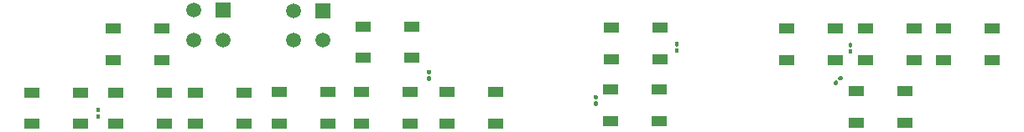
<source format=gbr>
%TF.GenerationSoftware,KiCad,Pcbnew,(5.1.6)-1*%
%TF.CreationDate,2020-11-25T18:04:35+11:00*%
%TF.ProjectId,Left Circuit Breaker PCB V1,4c656674-2043-4697-9263-756974204272,rev?*%
%TF.SameCoordinates,Original*%
%TF.FileFunction,Soldermask,Top*%
%TF.FilePolarity,Negative*%
%FSLAX46Y46*%
G04 Gerber Fmt 4.6, Leading zero omitted, Abs format (unit mm)*
G04 Created by KiCad (PCBNEW (5.1.6)-1) date 2020-11-25 18:04:35*
%MOMM*%
%LPD*%
G01*
G04 APERTURE LIST*
%ADD10R,1.500000X1.000000*%
%ADD11C,1.520000*%
%ADD12R,1.520000X1.520000*%
G04 APERTURE END LIST*
%TO.C,C7*%
G36*
G01*
X182965876Y-67467145D02*
X182824454Y-67325724D01*
G75*
G02*
X182824454Y-67184302I70711J70711D01*
G01*
X183008302Y-67000454D01*
G75*
G02*
X183149724Y-67000454I70711J-70711D01*
G01*
X183291146Y-67141876D01*
G75*
G02*
X183291146Y-67283298I-70711J-70711D01*
G01*
X183107298Y-67467146D01*
G75*
G02*
X182965876Y-67467146I-70711J70711D01*
G01*
G37*
G36*
G01*
X182513328Y-67919693D02*
X182371906Y-67778272D01*
G75*
G02*
X182371906Y-67636850I70711J70711D01*
G01*
X182555754Y-67453002D01*
G75*
G02*
X182697176Y-67453002I70711J-70711D01*
G01*
X182838598Y-67594424D01*
G75*
G02*
X182838598Y-67735846I-70711J-70711D01*
G01*
X182654750Y-67919694D01*
G75*
G02*
X182513328Y-67919694I-70711J70711D01*
G01*
G37*
%TD*%
%TO.C,C6*%
G36*
G01*
X183973800Y-64286000D02*
X184173800Y-64286000D01*
G75*
G02*
X184273800Y-64386000I0J-100000D01*
G01*
X184273800Y-64646000D01*
G75*
G02*
X184173800Y-64746000I-100000J0D01*
G01*
X183973800Y-64746000D01*
G75*
G02*
X183873800Y-64646000I0J100000D01*
G01*
X183873800Y-64386000D01*
G75*
G02*
X183973800Y-64286000I100000J0D01*
G01*
G37*
G36*
G01*
X183973800Y-63646000D02*
X184173800Y-63646000D01*
G75*
G02*
X184273800Y-63746000I0J-100000D01*
G01*
X184273800Y-64006000D01*
G75*
G02*
X184173800Y-64106000I-100000J0D01*
G01*
X183973800Y-64106000D01*
G75*
G02*
X183873800Y-64006000I0J100000D01*
G01*
X183873800Y-63746000D01*
G75*
G02*
X183973800Y-63646000I100000J0D01*
G01*
G37*
%TD*%
%TO.C,C5*%
G36*
G01*
X166447800Y-64184400D02*
X166647800Y-64184400D01*
G75*
G02*
X166747800Y-64284400I0J-100000D01*
G01*
X166747800Y-64544400D01*
G75*
G02*
X166647800Y-64644400I-100000J0D01*
G01*
X166447800Y-64644400D01*
G75*
G02*
X166347800Y-64544400I0J100000D01*
G01*
X166347800Y-64284400D01*
G75*
G02*
X166447800Y-64184400I100000J0D01*
G01*
G37*
G36*
G01*
X166447800Y-63544400D02*
X166647800Y-63544400D01*
G75*
G02*
X166747800Y-63644400I0J-100000D01*
G01*
X166747800Y-63904400D01*
G75*
G02*
X166647800Y-64004400I-100000J0D01*
G01*
X166447800Y-64004400D01*
G75*
G02*
X166347800Y-63904400I0J100000D01*
G01*
X166347800Y-63644400D01*
G75*
G02*
X166447800Y-63544400I100000J0D01*
G01*
G37*
%TD*%
%TO.C,C4*%
G36*
G01*
X158269000Y-69559000D02*
X158469000Y-69559000D01*
G75*
G02*
X158569000Y-69659000I0J-100000D01*
G01*
X158569000Y-69919000D01*
G75*
G02*
X158469000Y-70019000I-100000J0D01*
G01*
X158269000Y-70019000D01*
G75*
G02*
X158169000Y-69919000I0J100000D01*
G01*
X158169000Y-69659000D01*
G75*
G02*
X158269000Y-69559000I100000J0D01*
G01*
G37*
G36*
G01*
X158269000Y-68919000D02*
X158469000Y-68919000D01*
G75*
G02*
X158569000Y-69019000I0J-100000D01*
G01*
X158569000Y-69279000D01*
G75*
G02*
X158469000Y-69379000I-100000J0D01*
G01*
X158269000Y-69379000D01*
G75*
G02*
X158169000Y-69279000I0J100000D01*
G01*
X158169000Y-69019000D01*
G75*
G02*
X158269000Y-68919000I100000J0D01*
G01*
G37*
%TD*%
%TO.C,C3*%
G36*
G01*
X141628800Y-66839000D02*
X141428800Y-66839000D01*
G75*
G02*
X141328800Y-66739000I0J100000D01*
G01*
X141328800Y-66479000D01*
G75*
G02*
X141428800Y-66379000I100000J0D01*
G01*
X141628800Y-66379000D01*
G75*
G02*
X141728800Y-66479000I0J-100000D01*
G01*
X141728800Y-66739000D01*
G75*
G02*
X141628800Y-66839000I-100000J0D01*
G01*
G37*
G36*
G01*
X141628800Y-67479000D02*
X141428800Y-67479000D01*
G75*
G02*
X141328800Y-67379000I0J100000D01*
G01*
X141328800Y-67119000D01*
G75*
G02*
X141428800Y-67019000I100000J0D01*
G01*
X141628800Y-67019000D01*
G75*
G02*
X141728800Y-67119000I0J-100000D01*
G01*
X141728800Y-67379000D01*
G75*
G02*
X141628800Y-67479000I-100000J0D01*
G01*
G37*
%TD*%
%TO.C,C2*%
G36*
G01*
X108027800Y-70864600D02*
X108227800Y-70864600D01*
G75*
G02*
X108327800Y-70964600I0J-100000D01*
G01*
X108327800Y-71224600D01*
G75*
G02*
X108227800Y-71324600I-100000J0D01*
G01*
X108027800Y-71324600D01*
G75*
G02*
X107927800Y-71224600I0J100000D01*
G01*
X107927800Y-70964600D01*
G75*
G02*
X108027800Y-70864600I100000J0D01*
G01*
G37*
G36*
G01*
X108027800Y-70224600D02*
X108227800Y-70224600D01*
G75*
G02*
X108327800Y-70324600I0J-100000D01*
G01*
X108327800Y-70584600D01*
G75*
G02*
X108227800Y-70684600I-100000J0D01*
G01*
X108027800Y-70684600D01*
G75*
G02*
X107927800Y-70584600I0J100000D01*
G01*
X107927800Y-70324600D01*
G75*
G02*
X108027800Y-70224600I100000J0D01*
G01*
G37*
%TD*%
D10*
%TO.C,D14*%
X193499000Y-62204600D03*
X193499000Y-65404600D03*
X198399000Y-62204600D03*
X198399000Y-65404600D03*
%TD*%
%TO.C,D13*%
X185625000Y-62204600D03*
X185625000Y-65404600D03*
X190525000Y-62204600D03*
X190525000Y-65404600D03*
%TD*%
D11*
%TO.C,J2*%
X117777001Y-63350399D03*
X120777000Y-63350399D03*
X117777001Y-60350400D03*
D12*
X120777000Y-60350400D03*
%TD*%
D11*
%TO.C,J1*%
X127835001Y-63375799D03*
X130835000Y-63375799D03*
X127835001Y-60375800D03*
D12*
X130835000Y-60375800D03*
%TD*%
D10*
%TO.C,D12*%
X184660000Y-68554600D03*
X184660000Y-71754600D03*
X189560000Y-68554600D03*
X189560000Y-71754600D03*
%TD*%
%TO.C,D11*%
X177624000Y-62204600D03*
X177624000Y-65404600D03*
X182524000Y-62204600D03*
X182524000Y-65404600D03*
%TD*%
%TO.C,D10*%
X159881000Y-68377000D03*
X159881000Y-71577000D03*
X164781000Y-68377000D03*
X164781000Y-71577000D03*
%TD*%
%TO.C,D9*%
X159958000Y-62103200D03*
X159958000Y-65303200D03*
X164858000Y-62103200D03*
X164858000Y-65303200D03*
%TD*%
%TO.C,D8*%
X143321000Y-68631000D03*
X143321000Y-71831000D03*
X148221000Y-68631000D03*
X148221000Y-71831000D03*
%TD*%
%TO.C,D7*%
X134724000Y-68605400D03*
X134724000Y-71805400D03*
X139624000Y-68605400D03*
X139624000Y-71805400D03*
%TD*%
%TO.C,D6*%
X134899000Y-61976000D03*
X134899000Y-65176000D03*
X139799000Y-61976000D03*
X139799000Y-65176000D03*
%TD*%
%TO.C,D5*%
X126418000Y-68605400D03*
X126418000Y-71805400D03*
X131318000Y-68605400D03*
X131318000Y-71805400D03*
%TD*%
%TO.C,D4*%
X117958000Y-68656200D03*
X117958000Y-71856200D03*
X122858000Y-68656200D03*
X122858000Y-71856200D03*
%TD*%
%TO.C,D3*%
X109883000Y-68656200D03*
X109883000Y-71856200D03*
X114783000Y-68656200D03*
X114783000Y-71856200D03*
%TD*%
%TO.C,D2*%
X109654000Y-62179200D03*
X109654000Y-65379200D03*
X114554000Y-62179200D03*
X114554000Y-65379200D03*
%TD*%
%TO.C,D1*%
X101436000Y-68656400D03*
X101436000Y-71856400D03*
X106336000Y-68656400D03*
X106336000Y-71856400D03*
%TD*%
M02*

</source>
